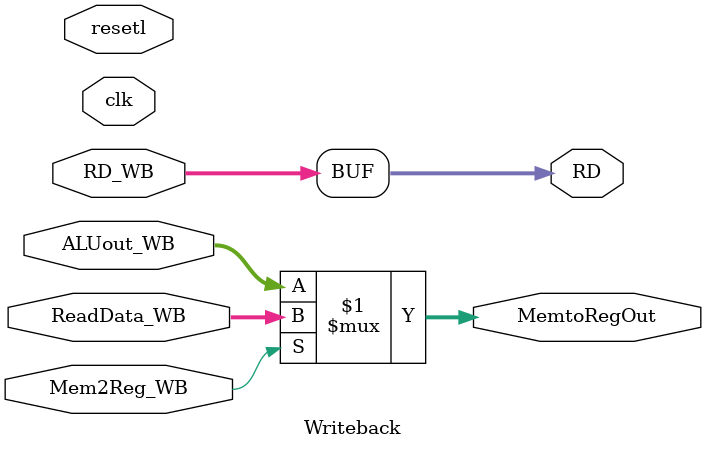
<source format=v>
module Writeback(
    input clk, resetl, Mem2Reg_WB,
    input [4:0] RD_WB,
    input [63:0] ALUout_WB, ReadData_WB,
    output [4:0] RD,
    output [63:0] MemtoRegOut
    );

    assign RD = RD_WB;
    assign MemtoRegOut = Mem2Reg_WB ? ReadData_WB : ALUout_WB;

endmodule
</source>
